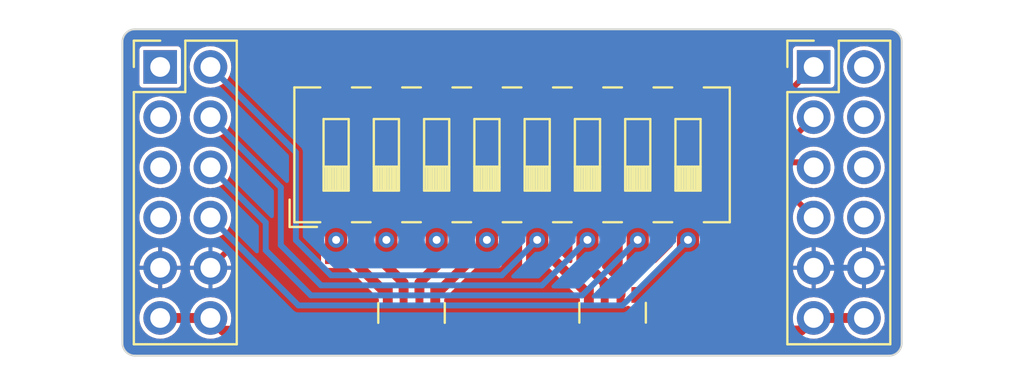
<source format=kicad_pcb>
(kicad_pcb (version 20221018) (generator pcbnew)
  (layers (0 "F.Cu" signal) (1 "In1.Cu" signal) (2 "In2.Cu" signal) (31 "B.Cu" signal) (34 "B.Paste" user) (35 "F.Paste" user) (36 "B.SilkS" user "B.Silkscreen") (37 "F.SilkS" user "F.Silkscreen") (38 "B.Mask" user) (39 "F.Mask" user) (44 "Edge.Cuts" user))
  (net 0 "")
  (net 1 "/PMOD GPIO/IO1")
  (net 2 "/PMOD GPIO/IO2")
  (net 3 "/PMOD GPIO/IO3")
  (net 4 "/PMOD GPIO/IO4")
  (net 5 "/PMOD GPIO/GND")
  (net 6 "/PMOD GPIO/VCC")
  (net 7 "/PMOD GPIO/IO5")
  (net 8 "/PMOD GPIO/IO6")
  (net 9 "/PMOD GPIO/IO7")
  (net 10 "/PMOD GPIO/IO8")
  (footprint "Button_Switch_SMD:SW_DIP_SPSTx08_Slide_6.7x21.88mm_W8.61mm_P2.54mm_LowProfile" (layer "F.Cu") (at 121.92 73.025 90)
    (fp_text reference "SW1" hide)
    (fp_text value "SW_DIP_x08")
    (fp_line (start -3.65 -11.24) (end -3.65 -9.857) (stroke (width 0.12)) (layer "F.SilkS"))
    (fp_line (start -3.65 -11.24) (end -2.267 -11.24) (stroke (width 0.12)) (layer "F.SilkS"))
    (fp_line (start -3.41 -11) (end -3.41 -9.69) (stroke (width 0.12)) (layer "F.SilkS"))
    (fp_line (start -3.41 -11) (end 3.41 -11) (stroke (width 0.12)) (layer "F.SilkS"))
    (fp_line (start -3.41 -8.09) (end -3.41 -7.15) (stroke (width 0.12)) (layer "F.SilkS"))
    (fp_line (start -3.41 -5.55) (end -3.41 -4.61) (stroke (width 0.12)) (layer "F.SilkS"))
    (fp_line (start -3.41 -3.01) (end -3.41 -2.07) (stroke (width 0.12)) (layer "F.SilkS"))
    (fp_line (start -3.41 -0.47) (end -3.41 0.47) (stroke (width 0.12)) (layer "F.SilkS"))
    (fp_line (start -3.41 2.07) (end -3.41 3.01) (stroke (width 0.12)) (layer "F.SilkS"))
    (fp_line (start -3.41 4.61) (end -3.41 5.55) (stroke (width 0.12)) (layer "F.SilkS"))
    (fp_line (start -3.41 7.15) (end -3.41 8.09) (stroke (width 0.12)) (layer "F.SilkS"))
    (fp_line (start -3.41 9.69) (end -3.41 11.001) (stroke (width 0.12)) (layer "F.SilkS"))
    (fp_line (start -3.41 11.001) (end 3.41 11.001) (stroke (width 0.12)) (layer "F.SilkS"))
    (fp_line (start -1.81 -9.525) (end -1.81 -8.255) (stroke (width 0.12)) (layer "F.SilkS"))
    (fp_line (start -1.81 -9.405) (end -0.603333 -9.405) (stroke (width 0.12)) (layer "F.SilkS"))
    (fp_line (start -1.81 -9.285) (end -0.603333 -9.285) (stroke (width 0.12)) (layer "F.SilkS"))
    (fp_line (start -1.81 -9.165) (end -0.603333 -9.165) (stroke (width 0.12)) (layer "F.SilkS"))
    (fp_line (start -1.81 -9.045) (end -0.603333 -9.045) (stroke (width 0.12)) (layer "F.SilkS"))
    (fp_line (start -1.81 -8.925) (end -0.603333 -8.925) (stroke (width 0.12)) (layer "F.SilkS"))
    (fp_line (start -1.81 -8.805) (end -0.603333 -8.805) (stroke (width 0.12)) (layer "F.SilkS"))
    (fp_line (start -1.81 -8.685) (end -0.603333 -8.685) (stroke (width 0.12)) (layer "F.SilkS"))
    (fp_line (start -1.81 -8.565) (end -0.603333 -8.565) (stroke (width 0.12)) (layer "F.SilkS"))
    (fp_line (start -1.81 -8.445) (end -0.603333 -8.445) (stroke (width 0.12)) (layer "F.SilkS"))
    (fp_line (start -1.81 -8.325) (end -0.603333 -8.325) (stroke (width 0.12)) (layer "F.SilkS"))
    (fp_line (start -1.81 -8.255) (end 1.81 -8.255) (stroke (width 0.12)) (layer "F.SilkS"))
    (fp_line (start -1.81 -6.985) (end -1.81 -5.715) (stroke (width 0.12)) (layer "F.SilkS"))
    (fp_line (start -1.81 -6.865) (end -0.603333 -6.865) (stroke (width 0.12)) (layer "F.SilkS"))
    (fp_line (start -1.81 -6.745) (end -0.603333 -6.745) (stroke (width 0.12)) (layer "F.SilkS"))
    (fp_line (start -1.81 -6.625) (end -0.603333 -6.625) (stroke (width 0.12)) (layer "F.SilkS"))
    (fp_line (start -1.81 -6.505) (end -0.603333 -6.505) (stroke (width 0.12)) (layer "F.SilkS"))
    (fp_line (start -1.81 -6.385) (end -0.603333 -6.385) (stroke (width 0.12)) (layer "F.SilkS"))
    (fp_line (start -1.81 -6.265) (end -0.603333 -6.265) (stroke (width 0.12)) (layer "F.SilkS"))
    (fp_line (start -1.81 -6.145) (end -0.603333 -6.145) (stroke (width 0.12)) (layer "F.SilkS"))
    (fp_line (start -1.81 -6.025) (end -0.603333 -6.025) (stroke (width 0.12)) (layer "F.SilkS"))
    (fp_line (start -1.81 -5.905) (end -0.603333 -5.905) (stroke (width 0.12)) (layer "F.SilkS"))
    (fp_line (start -1.81 -5.785) (end -0.603333 -5.785) (stroke (width 0.12)) (layer "F.SilkS"))
    (fp_line (start -1.81 -5.715) (end 1.81 -5.715) (stroke (width 0.12)) (layer "F.SilkS"))
    (fp_line (start -1.81 -4.445) (end -1.81 -3.175) (stroke (width 0.12)) (layer "F.SilkS"))
    (fp_line (start -1.81 -4.325) (end -0.603333 -4.325) (stroke (width 0.12)) (layer "F.SilkS"))
    (fp_line (start -1.81 -4.205) (end -0.603333 -4.205) (stroke (width 0.12)) (layer "F.SilkS"))
    (fp_line (start -1.81 -4.085) (end -0.603333 -4.085) (stroke (width 0.12)) (layer "F.SilkS"))
    (fp_line (start -1.81 -3.965) (end -0.603333 -3.965) (stroke (width 0.12)) (layer "F.SilkS"))
    (fp_line (start -1.81 -3.845) (end -0.603333 -3.845) (stroke (width 0.12)) (layer "F.SilkS"))
    (fp_line (start -1.81 -3.725) (end -0.603333 -3.725) (stroke (width 0.12)) (layer "F.SilkS"))
    (fp_line (start -1.81 -3.605) (end -0.603333 -3.605) (stroke (width 0.12)) (layer "F.SilkS"))
    (fp_line (start -1.81 -3.485) (end -0.603333 -3.485) (stroke (width 0.12)) (layer "F.SilkS"))
    (fp_line (start -1.81 -3.365) (end -0.603333 -3.365) (stroke (width 0.12)) (layer "F.SilkS"))
    (fp_line (start -1.81 -3.245) (end -0.603333 -3.245) (stroke (width 0.12)) (layer "F.SilkS"))
    (fp_line (start -1.81 -3.175) (end 1.81 -3.175) (stroke (width 0.12)) (layer "F.SilkS"))
    (fp_line (start -1.81 -1.905) (end -1.81 -0.635) (stroke (width 0.12)) (layer "F.SilkS"))
    (fp_line (start -1.81 -1.785) (end -0.603333 -1.785) (stroke (width 0.12)) (layer "F.SilkS"))
    (fp_line (start -1.81 -1.665) (end -0.603333 -1.665) (stroke (width 0.12)) (layer "F.SilkS"))
    (fp_line (start -1.81 -1.545) (end -0.603333 -1.545) (stroke (width 0.12)) (layer "F.SilkS"))
    (fp_line (start -1.81 -1.425) (end -0.603333 -1.425) (stroke (width 0.12)) (layer "F.SilkS"))
    (fp_line (start -1.81 -1.305) (end -0.603333 -1.305) (stroke (width 0.12)) (layer "F.SilkS"))
    (fp_line (start -1.81 -1.185) (end -0.603333 -1.185) (stroke (width 0.12)) (layer "F.SilkS"))
    (fp_line (start -1.81 -1.065) (end -0.603333 -1.065) (stroke (width 0.12)) (layer "F.SilkS"))
    (fp_line (start -1.81 -0.945) (end -0.603333 -0.945) (stroke (width 0.12)) (layer "F.SilkS"))
    (fp_line (start -1.81 -0.825) (end -0.603333 -0.825) (stroke (width 0.12)) (layer "F.SilkS"))
    (fp_line (start -1.81 -0.705) (end -0.603333 -0.705) (stroke (width 0.12)) (layer "F.SilkS"))
    (fp_line (start -1.81 -0.635) (end 1.81 -0.635) (stroke (width 0.12)) (layer "F.SilkS"))
    (fp_line (start -1.81 0.635) (end -1.81 1.905) (stroke (width 0.12)) (layer "F.SilkS"))
    (fp_line (start -1.81 0.755) (end -0.603333 0.755) (stroke (width 0.12)) (layer "F.SilkS"))
    (fp_line (start -1.81 0.875) (end -0.603333 0.875) (stroke (width 0.12)) (layer "F.SilkS"))
    (fp_line (start -1.81 0.995) (end -0.603333 0.995) (stroke (width 0.12)) (layer "F.SilkS"))
    (fp_line (start -1.81 1.115) (end -0.603333 1.115) (stroke (width 0.12)) (layer "F.SilkS"))
    (fp_line (start -1.81 1.235) (end -0.603333 1.235) (stroke (width 0.12)) (layer "F.SilkS"))
    (fp_line (start -1.81 1.355) (end -0.603333 1.355) (stroke (width 0.12)) (layer "F.SilkS"))
    (fp_line (start -1.81 1.475) (end -0.603333 1.475) (stroke (width 0.12)) (layer "F.SilkS"))
    (fp_line (start -1.81 1.595) (end -0.603333 1.595) (stroke (width 0.12)) (layer "F.SilkS"))
    (fp_line (start -1.81 1.715) (end -0.603333 1.715) (stroke (width 0.12)) (layer "F.SilkS"))
    (fp_line (start -1.81 1.835) (end -0.603333 1.835) (stroke (width 0.12)) (layer "F.SilkS"))
    (fp_line (start -1.81 1.905) (end 1.81 1.905) (stroke (width 0.12)) (layer "F.SilkS"))
    (fp_line (start -1.81 3.175) (end -1.81 4.445) (stroke (width 0.12)) (layer "F.SilkS"))
    (fp_line (start -1.81 3.295) (end -0.603333 3.295) (stroke (width 0.12)) (layer "F.SilkS"))
    (fp_line (start -1.81 3.415) (end -0.603333 3.415) (stroke (width 0.12)) (layer "F.SilkS"))
    (fp_line (start -1.81 3.535) (end -0.603333 3.535) (stroke (width 0.12)) (layer "F.SilkS"))
    (fp_line (start -1.81 3.655) (end -0.603333 3.655) (stroke (width 0.12)) (layer "F.SilkS"))
    (fp_line (start -1.81 3.775) (end -0.603333 3.775) (stroke (width 0.12)) (layer "F.SilkS"))
    (fp_line (start -1.81 3.895) (end -0.603333 3.895) (stroke (width 0.12)) (layer "F.SilkS"))
    (fp_line (start -1.81 4.015) (end -0.603333 4.015) (stroke (width 0.12)) (layer "F.SilkS"))
    (fp_line (start -1.81 4.135) (end -0.603333 4.135) (stroke (width 0.12)) (layer "F.SilkS"))
    (fp_line (start -1.81 4.255) (end -0.603333 4.255) (stroke (width 0.12)) (layer "F.SilkS"))
    (fp_line (start -1.81 4.375) (end -0.603333 4.375) (stroke (width 0.12)) (layer "F.SilkS"))
    (fp_line (start -1.81 4.445) (end 1.81 4.445) (stroke (width 0.12)) (layer "F.SilkS"))
    (fp_line (start -1.81 5.715) (end -1.81 6.985) (stroke (width 0.12)) (layer "F.SilkS"))
    (fp_line (start -1.81 5.835) (end -0.603333 5.835) (stroke (width 0.12)) (layer "F.SilkS"))
    (fp_line (start -1.81 5.955) (end -0.603333 5.955) (stroke (width 0.12)) (layer "F.SilkS"))
    (fp_line (start -1.81 6.075) (end -0.603333 6.075) (stroke (width 0.12)) (layer "F.SilkS"))
    (fp_line (start -1.81 6.195) (end -0.603333 6.195) (stroke (width 0.12)) (layer "F.SilkS"))
    (fp_line (start -1.81 6.315) (end -0.603333 6.315) (stroke (width 0.12)) (layer "F.SilkS"))
    (fp_line (start -1.81 6.435) (end -0.603333 6.435) (stroke (width 0.12)) (layer "F.SilkS"))
    (fp_line (start -1.81 6.555) (end -0.603333 6.555) (stroke (width 0.12)) (layer "F.SilkS"))
    (fp_line (start -1.81 6.675) (end -0.603333 6.675) (stroke (width 0.12)) (layer "F.SilkS"))
    (fp_line (start -1.81 6.795) (end -0.603333 6.795) (stroke (width 0.12)) (layer "F.SilkS"))
    (fp_line (start -1.81 6.915) (end -0.603333 6.915) (stroke (width 0.12)) (layer "F.SilkS"))
    (fp_line (start -1.81 6.985) (end 1.81 6.985) (stroke (width 0.12)) (layer "F.SilkS"))
    (fp_line (start -1.81 8.255) (end -1.81 9.525) (stroke (width 0.12)) (layer "F.SilkS"))
    (fp_line (start -1.81 8.375) (end -0.603333 8.375) (stroke (width 0.12)) (layer "F.SilkS"))
    (fp_line (start -1.81 8.495) (end -0.603333 8.495) (stroke (width 0.12)) (layer "F.SilkS"))
    (fp_line (start -1.81 8.615) (end -0.603333 8.615) (stroke (width 0.12)) (layer "F.SilkS"))
    (fp_line (start -1.81 8.735) (end -0.603333 8.735) (stroke (width 0.12)) (layer "F.SilkS"))
    (fp_line (start -1.81 8.855) (end -0.603333 8.855) (stroke (width 0.12)) (layer "F.SilkS"))
    (fp_line (start -1.81 8.975) (end -0.603333 8.975) (stroke (width 0.12)) (layer "F.SilkS"))
    (fp_line (start -1.81 9.095) (end -0.603333 9.095) (stroke (width 0.12)) (layer "F.SilkS"))
    (fp_line (start -1.81 9.215) (end -0.603333 9.215) (stroke (width 0.12)) (layer "F.SilkS"))
    (fp_line (start -1.81 9.335) (end -0.603333 9.335) (stroke (width 0.12)) (layer "F.SilkS"))
    (fp_line (start -1.81 9.455) (end -0.603333 9.455) (stroke (width 0.12)) (layer "F.SilkS"))
    (fp_line (start -1.81 9.525) (end 1.81 9.525) (stroke (width 0.12)) (layer "F.SilkS"))
    (fp_line (start -0.603333 -9.525) (end -0.603333 -8.255) (stroke (width 0.12)) (layer "F.SilkS"))
    (fp_line (start -0.603333 -6.985) (end -0.603333 -5.715) (stroke (width 0.12)) (layer "F.SilkS"))
    (fp_line (start -0.603333 -4.445) (end -0.603333 -3.175) (stroke (width 0.12)) (layer "F.SilkS"))
    (fp_line (start -0.603333 -1.905) (end -0.603333 -0.635) (stroke (width 0.12)) (layer "F.SilkS"))
    (fp_line (start -0.603333 0.635) (end -0.603333 1.905) (stroke (width 0.12)) (layer "F.SilkS"))
    (fp_line (start -0.603333 3.175) (end -0.603333 4.445) (stroke (width 0.12)) (layer "F.SilkS"))
    (fp_line (start -0.603333 5.715) (end -0.603333 6.985) (stroke (width 0.12)) (layer "F.SilkS"))
    (fp_line (start -0.603333 8.255) (end -0.603333 9.525) (stroke (width 0.12)) (layer "F.SilkS"))
    (fp_line (start 1.81 -9.525) (end -1.81 -9.525) (stroke (width 0.12)) (layer "F.SilkS"))
    (fp_line (start 1.81 -8.255) (end 1.81 -9.525) (stroke (width 0.12)) (layer "F.SilkS"))
    (fp_line (start 1.81 -6.985) (end -1.81 -6.985) (stroke (width 0.12)) (layer "F.SilkS"))
    (fp_line (start 1.81 -5.715) (end 1.81 -6.985) (stroke (width 0.12)) (layer "F.SilkS"))
    (fp_line (start 1.81 -4.445) (end -1.81 -4.445) (stroke (width 0.12)) (layer "F.SilkS"))
    (fp_line (start 1.81 -3.175) (end 1.81 -4.445) (stroke (width 0.12)) (layer "F.SilkS"))
    (fp_line (start 1.81 -1.905) (end -1.81 -1.905) (stroke (width 0.12)) (layer "F.SilkS"))
    (fp_line (start 1.81 -0.635) (end 1.81 -1.905) (stroke (width 0.12)) (layer "F.SilkS"))
    (fp_line (start 1.81 0.635) (end -1.81 0.635) (stroke (width 0.12)) (layer "F.SilkS"))
    (fp_line (start 1.81 1.905) (end 1.81 0.635) (stroke (width 0.12)) (layer "F.SilkS"))
    (fp_line (start 1.81 3.175) (end -1.81 3.175) (stroke (width 0.12)) (layer "F.SilkS"))
    (fp_line (start 1.81 4.445) (end 1.81 3.175) (stroke (width 0.12)) (layer "F.SilkS"))
    (fp_line (start 1.81 5.715) (end -1.81 5.715) (stroke (width 0.12)) (layer "F.SilkS"))
    (fp_line (start 1.81 6.985) (end 1.81 5.715) (stroke (width 0.12)) (layer "F.SilkS"))
    (fp_line (start 1.81 8.255) (end -1.81 8.255) (stroke (width 0.12)) (layer "F.SilkS"))
    (fp_line (start 1.81 9.525) (end 1.81 8.255) (stroke (width 0.12)) (layer "F.SilkS"))
    (fp_line (start 3.41 -11) (end 3.41 -9.69) (stroke (width 0.12)) (layer "F.SilkS"))
    (fp_line (start 3.41 -8.089) (end 3.41 -7.149) (stroke (width 0.12)) (layer "F.SilkS"))
    (fp_line (start 3.41 -5.549) (end 3.41 -4.609) (stroke (width 0.12)) (layer "F.SilkS"))
    (fp_line (start 3.41 -3.009) (end 3.41 -2.069) (stroke (width 0.12)) (layer "F.SilkS"))
    (fp_line (start 3.41 -0.469) (end 3.41 0.471) (stroke (width 0.12)) (layer "F.SilkS"))
    (fp_line (start 3.41 2.071) (end 3.41 3.011) (stroke (width 0.12)) (layer "F.SilkS"))
    (fp_line (start 3.41 4.611) (end 3.41 5.551) (stroke (width 0.12)) (layer "F.SilkS"))
    (fp_line (start 3.41 7.151) (end 3.41 8.09) (stroke (width 0.12)) (layer "F.SilkS"))
    (fp_line (start 3.41 9.69) (end 3.41 11.001) (stroke (width 0.12)) (layer "F.SilkS"))
    (pad "1" smd rect (at -4.305 -8.89 90) (size 2.44 1.12) (layers "F.Cu" "F.Paste" "F.Mask") (net 1 "/PMOD GPIO/IO1"))
    (pad "2" smd rect (at -4.305 -6.35 90) (size 2.44 1.12) (layers "F.Cu" "F.Paste" "F.Mask") (net 2 "/PMOD GPIO/IO2"))
    (pad "3" smd rect (at -4.305 -3.81 90) (size 2.44 1.12) (layers "F.Cu" "F.Paste" "F.Mask") (net 3 "/PMOD GPIO/IO3"))
    (pad "4" smd rect (at -4.305 -1.27 90) (size 2.44 1.12) (layers "F.Cu" "F.Paste" "F.Mask") (net 4 "/PMOD GPIO/IO4"))
    (pad "5" smd rect (at -4.305 1.27 90) (size 2.44 1.12) (layers "F.Cu" "F.Paste" "F.Mask") (net 7 "/PMOD GPIO/IO5"))
    (pad "6" smd rect (at -4.305 3.81 90) (size 2.44 1.12) (layers "F.Cu" "F.Paste" "F.Mask") (net 8 "/PMOD GPIO/IO6"))
    (pad "7" smd rect (at -4.305 6.35 90) (size 2.44 1.12) (layers "F.Cu" "F.Paste" "F.Mask") (net 9 "/PMOD GPIO/IO7"))
    (pad "8" smd rect (at -4.305 8.89 90) (size 2.44 1.12) (layers "F.Cu" "F.Paste" "F.Mask") (net 10 "/PMOD GPIO/IO8"))
    (pad "9" smd rect (at 4.305 8.89 90) (size 2.44 1.12) (layers "F.Cu" "F.Paste" "F.Mask") (net 5 "/PMOD GPIO/GND"))
    (pad "10" smd rect (at 4.305 6.35 90) (size 2.44 1.12) (layers "F.Cu" "F.Paste" "F.Mask") (net 5 "/PMOD GPIO/GND"))
    (pad "11" smd rect (at 4.305 3.81 90) (size 2.44 1.12) (layers "F.Cu" "F.Paste" "F.Mask") (net 5 "/PMOD GPIO/GND"))
    (pad "12" smd rect (at 4.305 1.27 90) (size 2.44 1.12) (layers "F.Cu" "F.Paste" "F.Mask") (net 5 "/PMOD GPIO/GND"))
    (pad "13" smd rect (at 4.305 -1.27 90) (size 2.44 1.12) (layers "F.Cu" "F.Paste" "F.Mask") (net 5 "/PMOD GPIO/GND"))
    (pad "14" smd rect (at 4.305 -3.81 90) (size 2.44 1.12) (layers "F.Cu" "F.Paste" "F.Mask") (net 5 "/PMOD GPIO/GND"))
    (pad "15" smd rect (at 4.305 -6.35 90) (size 2.44 1.12) (layers "F.Cu" "F.Paste" "F.Mask") (net 5 "/PMOD GPIO/GND"))
    (pad "16" smd rect (at 4.305 -8.89 90) (size 2.44 1.12) (layers "F.Cu" "F.Paste" "F.Mask") (net 5 "/PMOD GPIO/GND"))
  )
  (footprint "Resistor_SMD:R_Array_Convex_4x0603" (layer "F.Cu") (at 127 81.015 90)
    (fp_text reference "RN2" hide)
    (fp_text value "5.1K")
    (fp_line (start 0.5 -1.68) (end -0.5 -1.68) (stroke (width 0.12)) (layer "F.SilkS"))
    (fp_line (start 0.5 1.68) (end -0.5 1.68) (stroke (width 0.12)) (layer "F.SilkS"))
    (pad "1" smd rect (at -0.9 -1.2 90) (size 0.8 0.5) (layers "F.Cu" "F.Paste" "F.Mask") (net 6 "/PMOD GPIO/VCC"))
    (pad "2" smd rect (at -0.9 -0.4 90) (size 0.8 0.4) (layers "F.Cu" "F.Paste" "F.Mask") (net 6 "/PMOD GPIO/VCC"))
    (pad "3" smd rect (at -0.9 0.4 90) (size 0.8 0.4) (layers "F.Cu" "F.Paste" "F.Mask") (net 6 "/PMOD GPIO/VCC"))
    (pad "4" smd rect (at -0.9 1.2 90) (size 0.8 0.5) (layers "F.Cu" "F.Paste" "F.Mask") (net 6 "/PMOD GPIO/VCC"))
    (pad "5" smd rect (at 0.9 1.2 90) (size 0.8 0.5) (layers "F.Cu" "F.Paste" "F.Mask") (net 10 "/PMOD GPIO/IO8"))
    (pad "6" smd rect (at 0.9 0.4 90) (size 0.8 0.4) (layers "F.Cu" "F.Paste" "F.Mask") (net 9 "/PMOD GPIO/IO7"))
    (pad "7" smd rect (at 0.9 -0.4 90) (size 0.8 0.4) (layers "F.Cu" "F.Paste" "F.Mask") (net 8 "/PMOD GPIO/IO6"))
    (pad "8" smd rect (at 0.9 -1.2 90) (size 0.8 0.5) (layers "F.Cu" "F.Paste" "F.Mask") (net 7 "/PMOD GPIO/IO5"))
  )
  (footprint "my_connector:PMOD-HOST" (layer "F.Cu") (at 105.41 74.93)
    (fp_text reference "J2" hide)
    (fp_text value "Conn_02x06_Top_Bottom")
    (fp_line (start -2.6 -7.68) (end -2.6 -6.35) (stroke (width 0.12)) (layer "F.SilkS"))
    (fp_line (start -2.6 -5.08) (end -2.6 7.68) (stroke (width 0.12)) (layer "F.SilkS"))
    (fp_line (start -1.27 -7.68) (end -2.6 -7.68) (stroke (width 0.12)) (layer "F.SilkS"))
    (fp_line (start 0 -7.68) (end 0 -5.08) (stroke (width 0.12)) (layer "F.SilkS"))
    (fp_line (start 0 -5.08) (end -2.6 -5.08) (stroke (width 0.12)) (layer "F.SilkS"))
    (fp_line (start 2.6 -7.68) (end 0 -7.68) (stroke (width 0.12)) (layer "F.SilkS"))
    (fp_line (start 2.6 -7.68) (end 2.6 7.68) (stroke (width 0.12)) (layer "F.SilkS"))
    (fp_line (start 2.6 7.68) (end -2.6 7.68) (stroke (width 0.12)) (layer "F.SilkS"))
    (pad "1" thru_hole rect (at -1.27 -6.35) (size 1.7 1.7) (drill 1) (layers "*.Cu" "*.Mask") (net 1 "/PMOD GPIO/IO1"))
    (pad "2" thru_hole oval (at -1.27 -3.81) (size 1.7 1.7) (drill 1) (layers "*.Cu" "*.Mask") (net 2 "/PMOD GPIO/IO2"))
    (pad "3" thru_hole oval (at -1.27 -1.27) (size 1.7 1.7) (drill 1) (layers "*.Cu" "*.Mask") (net 3 "/PMOD GPIO/IO3"))
    (pad "4" thru_hole oval (at -1.27 1.27) (size 1.7 1.7) (drill 1) (layers "*.Cu" "*.Mask") (net 4 "/PMOD GPIO/IO4"))
    (pad "5" thru_hole oval (at -1.27 3.81) (size 1.7 1.7) (drill 1) (layers "*.Cu" "*.Mask") (net 5 "/PMOD GPIO/GND"))
    (pad "6" thru_hole oval (at -1.27 6.35) (size 1.7 1.7) (drill 1) (layers "*.Cu" "*.Mask") (net 6 "/PMOD GPIO/VCC"))
    (pad "7" thru_hole oval (at 1.27 -6.35) (size 1.7 1.7) (drill 1) (layers "*.Cu" "*.Mask") (net 7 "/PMOD GPIO/IO5"))
    (pad "8" thru_hole oval (at 1.27 -3.81) (size 1.7 1.7) (drill 1) (layers "*.Cu" "*.Mask") (net 8 "/PMOD GPIO/IO6"))
    (pad "9" thru_hole oval (at 1.27 -1.27 180) (size 1.7 1.7) (drill 1) (layers "*.Cu" "*.Mask") (net 9 "/PMOD GPIO/IO7"))
    (pad "10" thru_hole oval (at 1.27 1.27) (size 1.7 1.7) (drill 1) (layers "*.Cu" "*.Mask") (net 10 "/PMOD GPIO/IO8"))
    (pad "11" thru_hole oval (at 1.27 3.81) (size 1.7 1.7) (drill 1) (layers "*.Cu" "*.Mask") (net 5 "/PMOD GPIO/GND"))
    (pad "12" thru_hole oval (at 1.27 6.35) (size 1.7 1.7) (drill 1) (layers "*.Cu" "*.Mask") (net 6 "/PMOD GPIO/VCC"))
  )
  (footprint "my_connector:PMOD-HOST" (layer "F.Cu") (at 138.43 74.93)
    (fp_text reference "J1" hide)
    (fp_text value "Conn_02x06_Top_Bottom")
    (fp_line (start -2.6 -7.68) (end -2.6 -6.35) (stroke (width 0.12)) (layer "F.SilkS"))
    (fp_line (start -2.6 -5.08) (end -2.6 7.68) (stroke (width 0.12)) (layer "F.SilkS"))
    (fp_line (start -1.27 -7.68) (end -2.6 -7.68) (stroke (width 0.12)) (layer "F.SilkS"))
    (fp_line (start 0 -7.68) (end 0 -5.08) (stroke (width 0.12)) (layer "F.SilkS"))
    (fp_line (start 0 -5.08) (end -2.6 -5.08) (stroke (width 0.12)) (layer "F.SilkS"))
    (fp_line (start 2.6 -7.68) (end 0 -7.68) (stroke (width 0.12)) (layer "F.SilkS"))
    (fp_line (start 2.6 -7.68) (end 2.6 7.68) (stroke (width 0.12)) (layer "F.SilkS"))
    (fp_line (start 2.6 7.68) (end -2.6 7.68) (stroke (width 0.12)) (layer "F.SilkS"))
    (pad "1" thru_hole rect (at -1.27 -6.35) (size 1.7 1.7) (drill 1) (layers "*.Cu" "*.Mask") (net 1 "/PMOD GPIO/IO1"))
    (pad "2" thru_hole oval (at -1.27 -3.81) (size 1.7 1.7) (drill 1) (layers "*.Cu" "*.Mask") (net 2 "/PMOD GPIO/IO2"))
    (pad "3" thru_hole oval (at -1.27 -1.27) (size 1.7 1.7) (drill 1) (layers "*.Cu" "*.Mask") (net 3 "/PMOD GPIO/IO3"))
    (pad "4" thru_hole oval (at -1.27 1.27) (size 1.7 1.7) (drill 1) (layers "*.Cu" "*.Mask") (net 4 "/PMOD GPIO/IO4"))
    (pad "5" thru_hole oval (at -1.27 3.81) (size 1.7 1.7) (drill 1) (layers "*.Cu" "*.Mask") (net 5 "/PMOD GPIO/GND"))
    (pad "6" thru_hole oval (at -1.27 6.35) (size 1.7 1.7) (drill 1) (layers "*.Cu" "*.Mask") (net 6 "/PMOD GPIO/VCC"))
    (pad "7" thru_hole oval (at 1.27 -6.35) (size 1.7 1.7) (drill 1) (layers "*.Cu" "*.Mask") (net 7 "/PMOD GPIO/IO5"))
    (pad "8" thru_hole oval (at 1.27 -3.81) (size 1.7 1.7) (drill 1) (layers "*.Cu" "*.Mask") (net 8 "/PMOD GPIO/IO6"))
    (pad "9" thru_hole oval (at 1.27 -1.27 180) (size 1.7 1.7) (drill 1) (layers "*.Cu" "*.Mask") (net 9 "/PMOD GPIO/IO7"))
    (pad "10" thru_hole oval (at 1.27 1.27) (size 1.7 1.7) (drill 1) (layers "*.Cu" "*.Mask") (net 10 "/PMOD GPIO/IO8"))
    (pad "11" thru_hole oval (at 1.27 3.81) (size 1.7 1.7) (drill 1) (layers "*.Cu" "*.Mask") (net 5 "/PMOD GPIO/GND"))
    (pad "12" thru_hole oval (at 1.27 6.35) (size 1.7 1.7) (drill 1) (layers "*.Cu" "*.Mask") (net 6 "/PMOD GPIO/VCC"))
  )
  (footprint "Resistor_SMD:R_Array_Convex_4x0603" (layer "F.Cu") (at 116.84 81.026 90)
    (fp_text reference "RN1" hide)
    (fp_text value "5.1K")
    (fp_line (start 0.5 -1.68) (end -0.5 -1.68) (stroke (width 0.12)) (layer "F.SilkS"))
    (fp_line (start 0.5 1.68) (end -0.5 1.68) (stroke (width 0.12)) (layer "F.SilkS"))
    (pad "1" smd rect (at -0.9 -1.2 90) (size 0.8 0.5) (layers "F.Cu" "F.Paste" "F.Mask") (net 6 "/PMOD GPIO/VCC"))
    (pad "2" smd rect (at -0.9 -0.4 90) (size 0.8 0.4) (layers "F.Cu" "F.Paste" "F.Mask") (net 6 "/PMOD GPIO/VCC"))
    (pad "3" smd rect (at -0.9 0.4 90) (size 0.8 0.4) (layers "F.Cu" "F.Paste" "F.Mask") (net 6 "/PMOD GPIO/VCC"))
    (pad "4" smd rect (at -0.9 1.2 90) (size 0.8 0.5) (layers "F.Cu" "F.Paste" "F.Mask") (net 6 "/PMOD GPIO/VCC"))
    (pad "5" smd rect (at 0.9 1.2 90) (size 0.8 0.5) (layers "F.Cu" "F.Paste" "F.Mask") (net 4 "/PMOD GPIO/IO4"))
    (pad "6" smd rect (at 0.9 0.4 90) (size 0.8 0.4) (layers "F.Cu" "F.Paste" "F.Mask") (net 3 "/PMOD GPIO/IO3"))
    (pad "7" smd rect (at 0.9 -0.4 90) (size 0.8 0.4) (layers "F.Cu" "F.Paste" "F.Mask") (net 2 "/PMOD GPIO/IO2"))
    (pad "8" smd rect (at 0.9 -1.2 90) (size 0.8 0.5) (layers "F.Cu" "F.Paste" "F.Mask") (net 1 "/PMOD GPIO/IO1"))
  )
  (gr_line (start 141.605 82.55) (end 141.605 67.31) (stroke (width 0.1)) (layer "Edge.Cuts"))
  (gr_arc (start 140.97 66.675) (mid 141.419013 66.860987) (end 141.605 67.31) (stroke (width 0.1)) (layer "Edge.Cuts"))
  (gr_line (start 102.87 83.185) (end 140.97 83.185) (stroke (width 0.1)) (layer "Edge.Cuts"))
  (gr_arc (start 102.235 67.31) (mid 102.420987 66.860987) (end 102.87 66.675) (stroke (width 0.1)) (layer "Edge.Cuts"))
  (gr_line (start 140.97 66.675) (end 102.87 66.675) (stroke (width 0.1)) (layer "Edge.Cuts"))
  (gr_arc (start 102.87 83.185) (mid 102.420987 82.999013) (end 102.235 82.55) (stroke (width 0.1)) (layer "Edge.Cuts"))
  (gr_arc (start 141.605 82.55) (mid 141.419013 82.999013) (end 140.97 83.185) (stroke (width 0.1)) (layer "Edge.Cuts"))
  (gr_line (start 102.235 67.31) (end 102.235 82.55) (stroke (width 0.1)) (layer "Edge.Cuts"))
  (segment (start 137.16 68.58) (end 135.001 70.739) (width 0.3) (layer "F.Cu") (net 1))
  (segment (start 113.03 77.516) (end 113.03 77.33) (width 0.5) (layer "F.Cu") (net 1))
  (segment (start 115.64 80.126) (end 113.03 77.516) (width 0.5) (layer "F.Cu") (net 1))
  (segment (start 119.621 70.739) (end 113.03 77.33) (width 0.3) (layer "F.Cu") (net 1))
  (segment (start 135.001 70.739) (end 119.621 70.739) (width 0.3) (layer "F.Cu") (net 1))
  (via (at 113.03 77.33) (size 0.8) (drill 0.4) (layers "F.Cu" "B.Cu") (net 1))
  (segment (start 116.44 79.502) (end 115.57 78.632) (width 0.5) (layer "F.Cu") (net 2))
  (segment (start 115.57 78.632) (end 115.57 77.33) (width 0.5) (layer "F.Cu") (net 2))
  (segment (start 116.44 80.126) (end 116.44 79.502) (width 0.5) (layer "F.Cu") (net 2))
  (segment (start 136.144 72.136) (end 120.764 72.136) (width 0.3) (layer "F.Cu") (net 2))
  (segment (start 120.764 72.136) (end 115.57 77.33) (width 0.3) (layer "F.Cu") (net 2))
  (segment (start 137.16 71.12) (end 136.144 72.136) (width 0.3) (layer "F.Cu") (net 2))
  (via (at 115.57 77.33) (size 0.8) (drill 0.4) (layers "F.Cu" "B.Cu") (net 2))
  (segment (start 117.24 79.502) (end 118.11 78.632) (width 0.5) (layer "F.Cu") (net 3))
  (segment (start 137.16 73.66) (end 136.906 73.406) (width 0.3) (layer "F.Cu") (net 3))
  (segment (start 117.24 80.126) (end 117.24 79.502) (width 0.5) (layer "F.Cu") (net 3))
  (segment (start 118.11 78.632) (end 118.11 77.33) (width 0.5) (layer "F.Cu") (net 3))
  (segment (start 118.17 77.33) (end 118.11 77.33) (width 0.3) (layer "F.Cu") (net 3))
  (segment (start 136.906 73.406) (end 122.094 73.406) (width 0.3) (layer "F.Cu") (net 3))
  (segment (start 122.094 73.406) (end 118.17 77.33) (width 0.3) (layer "F.Cu") (net 3))
  (via (at 118.11 77.33) (size 0.8) (drill 0.4) (layers "F.Cu" "B.Cu") (net 3))
  (segment (start 120.65 77.516) (end 120.65 77.33) (width 0.5) (layer "F.Cu") (net 4))
  (segment (start 123.304 74.676) (end 120.65 77.33) (width 0.3) (layer "F.Cu") (net 4))
  (segment (start 137.16 76.2) (end 135.636 74.676) (width 0.3) (layer "F.Cu") (net 4))
  (segment (start 118.04 80.126) (end 120.65 77.516) (width 0.5) (layer "F.Cu") (net 4))
  (segment (start 135.636 74.676) (end 123.304 74.676) (width 0.3) (layer "F.Cu") (net 4))
  (via (at 120.65 77.33) (size 0.8) (drill 0.4) (layers "F.Cu" "B.Cu") (net 4))
  (segment (start 113.03 68.72) (end 130.81 68.72) (width 0.3) (layer "F.Cu") (net 5))
  (segment (start 113.03 72.39) (end 113.03 68.72) (width 0.3) (layer "F.Cu") (net 5))
  (segment (start 106.68 78.74) (end 113.03 72.39) (width 0.3) (layer "F.Cu") (net 5))
  (segment (start 139.7 78.74) (end 137.16 78.74) (width 0.3) (layer "B.Cu") (net 5))
  (segment (start 106.68 81.28) (end 107.326 81.926) (width 0.5) (layer "F.Cu") (net 6))
  (segment (start 128.2 81.915) (end 136.525 81.915) (width 0.5) (layer "F.Cu") (net 6))
  (segment (start 128.189 81.926) (end 128.2 81.915) (width 0.5) (layer "F.Cu") (net 6))
  (segment (start 137.16 81.28) (end 139.7 81.28) (width 0.5) (layer "F.Cu") (net 6))
  (segment (start 104.14 81.28) (end 106.68 81.28) (width 0.5) (layer "F.Cu") (net 6))
  (segment (start 136.525 81.915) (end 137.16 81.28) (width 0.5) (layer "F.Cu") (net 6))
  (segment (start 107.326 81.926) (end 115.64 81.926) (width 0.5) (layer "F.Cu") (net 6))
  (segment (start 115.64 81.926) (end 128.189 81.926) (width 0.5) (layer "F.Cu") (net 6))
  (segment (start 123.063 77.203) (end 123.19 77.33) (width 0.5) (layer "F.Cu") (net 7))
  (segment (start 125.8 80.115) (end 123.19 77.505) (width 0.5) (layer "F.Cu") (net 7))
  (segment (start 123.19 77.505) (end 123.19 77.33) (width 0.5) (layer "F.Cu") (net 7))
  (via (at 123.19 77.33) (size 0.8) (drill 0.4) (layers "F.Cu" "B.Cu") (net 7))
  (segment (start 112.776 79.121) (end 121.399 79.121) (width 0.3) (layer "B.Cu") (net 7))
  (segment (start 110.998 72.898) (end 110.998 77.343) (width 0.3) (layer "B.Cu") (net 7))
  (segment (start 121.399 79.121) (end 123.19 77.33) (width 0.3) (layer "B.Cu") (net 7))
  (segment (start 110.998 77.343) (end 112.776 79.121) (width 0.3) (layer "B.Cu") (net 7))
  (segment (start 106.68 68.58) (end 110.998 72.898) (width 0.3) (layer "B.Cu") (net 7))
  (segment (start 126.6 80.115) (end 126.6 79.502) (width 0.5) (layer "F.Cu") (net 8))
  (segment (start 126.6 79.502) (end 125.73 78.632) (width 0.5) (layer "F.Cu") (net 8))
  (segment (start 125.73 78.632) (end 125.73 77.33) (width 0.5) (layer "F.Cu") (net 8))
  (via (at 125.73 77.33) (size 0.8) (drill 0.4) (layers "F.Cu" "B.Cu") (net 8))
  (segment (start 106.68 71.12) (end 110.236 74.676) (width 0.3) (layer "B.Cu") (net 8))
  (segment (start 110.236 74.676) (end 110.236 77.597) (width 0.3) (layer "B.Cu") (net 8))
  (segment (start 123.431 79.629) (end 125.73 77.33) (width 0.3) (layer "B.Cu") (net 8))
  (segment (start 112.268 79.629) (end 123.431 79.629) (width 0.3) (layer "B.Cu") (net 8))
  (segment (start 110.236 77.597) (end 112.268 79.629) (width 0.3) (layer "B.Cu") (net 8))
  (segment (start 127.4 79.375) (end 128.27 78.505) (width 0.5) (layer "F.Cu") (net 9))
  (segment (start 128.27 78.505) (end 128.27 77.33) (width 0.5) (layer "F.Cu") (net 9))
  (segment (start 127.4 80.115) (end 127.4 79.375) (width 0.5) (layer "F.Cu") (net 9))
  (via (at 128.27 77.33) (size 0.8) (drill 0.4) (layers "F.Cu" "B.Cu") (net 9))
  (segment (start 106.68 73.66) (end 109.474 76.454) (width 0.3) (layer "B.Cu") (net 9))
  (segment (start 111.76 80.137) (end 125.463 80.137) (width 0.3) (layer "B.Cu") (net 9))
  (segment (start 109.474 76.454) (end 109.474 77.851) (width 0.3) (layer "B.Cu") (net 9))
  (segment (start 125.463 80.137) (end 128.27 77.33) (width 0.3) (layer "B.Cu") (net 9))
  (segment (start 109.474 77.851) (end 111.76 80.137) (width 0.3) (layer "B.Cu") (net 9))
  (segment (start 130.81 77.505) (end 130.81 77.33) (width 0.5) (layer "F.Cu") (net 10))
  (segment (start 128.2 80.115) (end 130.81 77.505) (width 0.5) (layer "F.Cu") (net 10))
  (via (at 130.81 77.33) (size 0.8) (drill 0.4) (layers "F.Cu" "B.Cu") (net 10))
  (segment (start 127.495 80.645) (end 130.81 77.33) (width 0.3) (layer "B.Cu") (net 10))
  (segment (start 106.68 76.2) (end 111.125 80.645) (width 0.3) (layer "B.Cu") (net 10))
  (segment (start 111.125 80.645) (end 127.495 80.645) (width 0.3) (layer "B.Cu") (net 10))
  (zone (net 5) (net_name "/PMOD GPIO/GND") (layers "F.Cu" "In1.Cu" "In2.Cu" "B.Cu") (connect_pads (clearance 0.2)) (min_thickness 0.2) (fill yes (thermal_gap 0.2) (thermal_bridge_width 0.2))
    (polygon (pts (xy 101.6 66.04) (xy 142.24 66.04) (xy 142.24 83.82) (xy 101.6 83.82)))
  )
)
</source>
